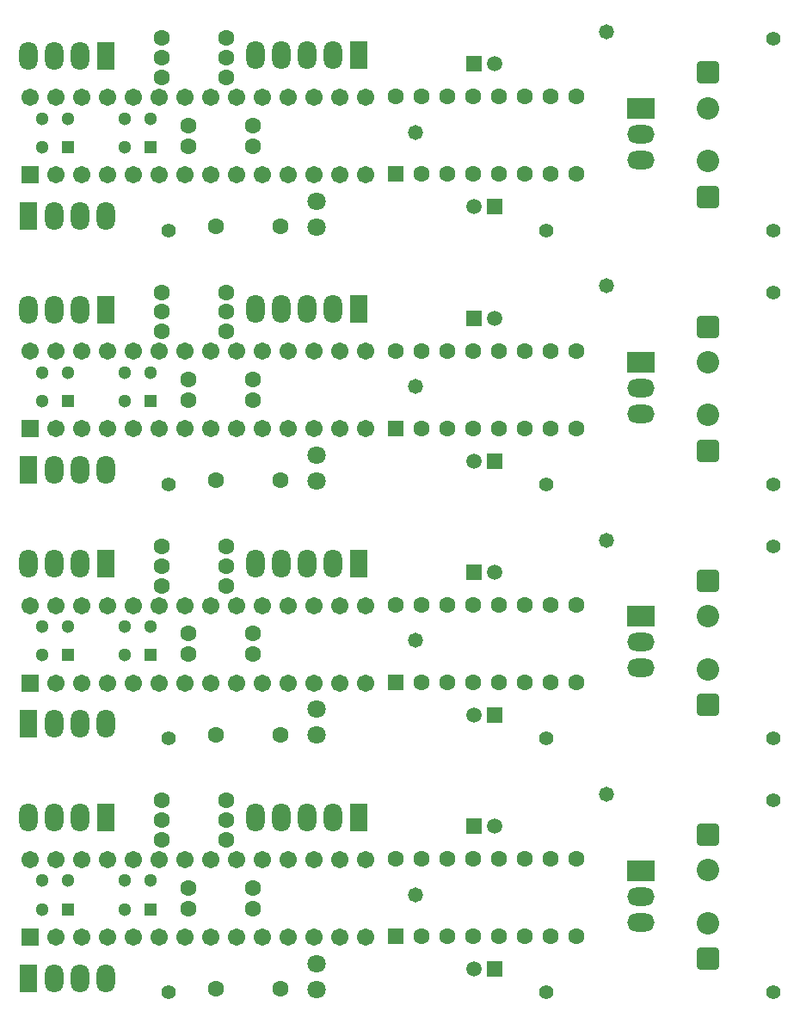
<source format=gbs>
G04*
G04 #@! TF.GenerationSoftware,Altium Limited,Altium Designer,21.4.1 (30)*
G04*
G04 Layer_Color=16711935*
%FSLAX44Y44*%
%MOMM*%
G71*
G04*
G04 #@! TF.SameCoordinates,D2FBEB8F-326A-44D8-8F55-22F389190F62*
G04*
G04*
G04 #@! TF.FilePolarity,Negative*
G04*
G01*
G75*
%ADD27C,1.3000*%
%ADD37R,1.3000X1.3000*%
%ADD54R,1.8032X2.8032*%
%ADD55O,1.8032X2.8032*%
%ADD56R,1.6032X1.6032*%
%ADD57C,1.6032*%
%ADD58R,1.5032X1.5032*%
%ADD59C,1.5032*%
%ADD60C,2.2032*%
G04:AMPARAMS|DCode=61|XSize=2.2032mm|YSize=2.2032mm|CornerRadius=0.3516mm|HoleSize=0mm|Usage=FLASHONLY|Rotation=270.000|XOffset=0mm|YOffset=0mm|HoleType=Round|Shape=RoundedRectangle|*
%AMROUNDEDRECTD61*
21,1,2.2032,1.5000,0,0,270.0*
21,1,1.5000,2.2032,0,0,270.0*
1,1,0.7032,-0.7500,-0.7500*
1,1,0.7032,-0.7500,0.7500*
1,1,0.7032,0.7500,0.7500*
1,1,0.7032,0.7500,-0.7500*
%
%ADD61ROUNDEDRECTD61*%
%ADD62C,1.4032*%
%ADD63C,1.6002*%
%ADD64C,1.8032*%
%ADD65O,2.7032X1.8032*%
%ADD66R,2.7032X2.0032*%
%ADD67R,1.7032X1.7032*%
%ADD68C,1.7032*%
%ADD69C,1.4732*%
D27*
X263510Y140795D02*
D03*
X238110Y112795D02*
D03*
Y140795D02*
D03*
X344536D02*
D03*
X319136Y112795D02*
D03*
Y140795D02*
D03*
X263510Y390795D02*
D03*
X238110Y362795D02*
D03*
Y390795D02*
D03*
X344536D02*
D03*
X319136Y362795D02*
D03*
Y390795D02*
D03*
X263510Y640795D02*
D03*
X238110Y612795D02*
D03*
Y640795D02*
D03*
X344536D02*
D03*
X319136Y612795D02*
D03*
Y640795D02*
D03*
X263510Y890795D02*
D03*
X238110Y862795D02*
D03*
Y890795D02*
D03*
X344536D02*
D03*
X319136Y862795D02*
D03*
Y890795D02*
D03*
D37*
X263510Y112795D02*
D03*
X344536D02*
D03*
X263510Y362795D02*
D03*
X344536D02*
D03*
X263510Y612795D02*
D03*
X344536D02*
D03*
X263510Y862795D02*
D03*
X344536D02*
D03*
D54*
X549318Y202985D02*
D03*
X300334Y202685D02*
D03*
X224034Y45059D02*
D03*
X549318Y452985D02*
D03*
X300334Y452685D02*
D03*
X224034Y295059D02*
D03*
X549318Y702985D02*
D03*
X300334Y702685D02*
D03*
X224034Y545059D02*
D03*
X549318Y952985D02*
D03*
X300334Y952685D02*
D03*
X224034Y795059D02*
D03*
D55*
X523918Y202985D02*
D03*
X498518D02*
D03*
X473118D02*
D03*
X447718D02*
D03*
X274934Y202685D02*
D03*
X249534D02*
D03*
X224134D02*
D03*
X249434Y45059D02*
D03*
X274834D02*
D03*
X300234D02*
D03*
X523918Y452985D02*
D03*
X498518D02*
D03*
X473118D02*
D03*
X447718D02*
D03*
X274934Y452685D02*
D03*
X249534D02*
D03*
X224134D02*
D03*
X249434Y295059D02*
D03*
X274834D02*
D03*
X300234D02*
D03*
X523918Y702985D02*
D03*
X498518D02*
D03*
X473118D02*
D03*
X447718D02*
D03*
X274934Y702685D02*
D03*
X249534D02*
D03*
X224134D02*
D03*
X249434Y545059D02*
D03*
X274834D02*
D03*
X300234D02*
D03*
X523918Y952985D02*
D03*
X498518D02*
D03*
X473118D02*
D03*
X447718D02*
D03*
X274934Y952685D02*
D03*
X249534D02*
D03*
X224134D02*
D03*
X249434Y795059D02*
D03*
X274834D02*
D03*
X300234D02*
D03*
D56*
X585582Y85945D02*
D03*
Y335945D02*
D03*
Y585945D02*
D03*
Y835945D02*
D03*
D57*
X610982Y85945D02*
D03*
X636382D02*
D03*
X661782D02*
D03*
X687182D02*
D03*
X712582D02*
D03*
X737982D02*
D03*
X763382D02*
D03*
X585582Y162145D02*
D03*
X610982D02*
D03*
X636382D02*
D03*
X661782D02*
D03*
X687182D02*
D03*
X712582D02*
D03*
X737982D02*
D03*
X763382D02*
D03*
X610982Y335945D02*
D03*
X636382D02*
D03*
X661782D02*
D03*
X687182D02*
D03*
X712582D02*
D03*
X737982D02*
D03*
X763382D02*
D03*
X585582Y412145D02*
D03*
X610982D02*
D03*
X636382D02*
D03*
X661782D02*
D03*
X687182D02*
D03*
X712582D02*
D03*
X737982D02*
D03*
X763382D02*
D03*
X610982Y585945D02*
D03*
X636382D02*
D03*
X661782D02*
D03*
X687182D02*
D03*
X712582D02*
D03*
X737982D02*
D03*
X763382D02*
D03*
X585582Y662145D02*
D03*
X610982D02*
D03*
X636382D02*
D03*
X661782D02*
D03*
X687182D02*
D03*
X712582D02*
D03*
X737982D02*
D03*
X763382D02*
D03*
X610982Y835945D02*
D03*
X636382D02*
D03*
X661782D02*
D03*
X687182D02*
D03*
X712582D02*
D03*
X737982D02*
D03*
X763382D02*
D03*
X585582Y912145D02*
D03*
X610982D02*
D03*
X636382D02*
D03*
X661782D02*
D03*
X687182D02*
D03*
X712582D02*
D03*
X737982D02*
D03*
X763382D02*
D03*
D58*
X663032Y194336D02*
D03*
X683032Y53949D02*
D03*
X663032Y444336D02*
D03*
X683032Y303949D02*
D03*
X663032Y694336D02*
D03*
X683032Y553949D02*
D03*
X663032Y944336D02*
D03*
X683032Y803949D02*
D03*
D59*
X683032Y194336D02*
D03*
X663032Y53949D02*
D03*
X683032Y444336D02*
D03*
X663032Y303949D02*
D03*
X683032Y694336D02*
D03*
X663032Y553949D02*
D03*
X683032Y944336D02*
D03*
X663032Y803949D02*
D03*
D60*
X892668Y151029D02*
D03*
X893150Y98881D02*
D03*
X892668Y401029D02*
D03*
X893150Y348881D02*
D03*
X892668Y651029D02*
D03*
X893150Y598881D02*
D03*
X892668Y901029D02*
D03*
X893150Y848881D02*
D03*
D61*
X892668Y186029D02*
D03*
X893150Y63881D02*
D03*
X892668Y436029D02*
D03*
X893150Y313881D02*
D03*
X892668Y686029D02*
D03*
X893150Y563881D02*
D03*
X892668Y936029D02*
D03*
X893150Y813881D02*
D03*
D62*
X957692Y219557D02*
D03*
X733664Y30835D02*
D03*
X362570D02*
D03*
X957692D02*
D03*
Y469557D02*
D03*
X733664Y280835D02*
D03*
X362570D02*
D03*
X957692D02*
D03*
Y719557D02*
D03*
X733664Y530835D02*
D03*
X362570D02*
D03*
X957692D02*
D03*
Y969557D02*
D03*
X733664Y780835D02*
D03*
X362570D02*
D03*
X957692D02*
D03*
D63*
X355204Y200480D02*
D03*
X418704D02*
D03*
Y181149D02*
D03*
X355204D02*
D03*
Y219811D02*
D03*
X418704D02*
D03*
X472496Y34645D02*
D03*
X408996D02*
D03*
X381874Y113639D02*
D03*
X445374D02*
D03*
X381874Y133959D02*
D03*
X445374D02*
D03*
X355204Y450480D02*
D03*
X418704D02*
D03*
Y431149D02*
D03*
X355204D02*
D03*
Y469811D02*
D03*
X418704D02*
D03*
X472496Y284645D02*
D03*
X408996D02*
D03*
X381874Y363639D02*
D03*
X445374D02*
D03*
X381874Y383959D02*
D03*
X445374D02*
D03*
X355204Y700480D02*
D03*
X418704D02*
D03*
Y681149D02*
D03*
X355204D02*
D03*
Y719811D02*
D03*
X418704D02*
D03*
X472496Y534645D02*
D03*
X408996D02*
D03*
X381874Y613639D02*
D03*
X445374D02*
D03*
X381874Y633959D02*
D03*
X445374D02*
D03*
X355204Y950480D02*
D03*
X418704D02*
D03*
Y931149D02*
D03*
X355204D02*
D03*
Y969811D02*
D03*
X418704D02*
D03*
X472496Y784645D02*
D03*
X408996D02*
D03*
X381874Y863639D02*
D03*
X445374D02*
D03*
X381874Y883959D02*
D03*
X445374D02*
D03*
D64*
X507858Y33883D02*
D03*
Y59283D02*
D03*
Y283883D02*
D03*
Y309283D02*
D03*
Y533883D02*
D03*
Y559283D02*
D03*
Y783883D02*
D03*
Y809283D02*
D03*
D65*
X826882Y99923D02*
D03*
Y125323D02*
D03*
Y349923D02*
D03*
Y375323D02*
D03*
Y599923D02*
D03*
Y625323D02*
D03*
Y849923D02*
D03*
Y875323D02*
D03*
D66*
Y150723D02*
D03*
Y400723D02*
D03*
Y650723D02*
D03*
Y900723D02*
D03*
D67*
X225918Y85445D02*
D03*
Y335445D02*
D03*
Y585445D02*
D03*
Y835445D02*
D03*
D68*
X251318Y85445D02*
D03*
X276718D02*
D03*
X302118D02*
D03*
X327518D02*
D03*
X352918D02*
D03*
X378318D02*
D03*
X403718D02*
D03*
X429118D02*
D03*
X454518D02*
D03*
X479918D02*
D03*
X505318D02*
D03*
X530718D02*
D03*
X556118D02*
D03*
X225918Y161645D02*
D03*
X251318D02*
D03*
X276718D02*
D03*
X302118D02*
D03*
X327518D02*
D03*
X352918D02*
D03*
X378318D02*
D03*
X403718D02*
D03*
X429118D02*
D03*
X454518D02*
D03*
X479918D02*
D03*
X505318D02*
D03*
X530718D02*
D03*
X556118D02*
D03*
X251318Y335445D02*
D03*
X276718D02*
D03*
X302118D02*
D03*
X327518D02*
D03*
X352918D02*
D03*
X378318D02*
D03*
X403718D02*
D03*
X429118D02*
D03*
X454518D02*
D03*
X479918D02*
D03*
X505318D02*
D03*
X530718D02*
D03*
X556118D02*
D03*
X225918Y411645D02*
D03*
X251318D02*
D03*
X276718D02*
D03*
X302118D02*
D03*
X327518D02*
D03*
X352918D02*
D03*
X378318D02*
D03*
X403718D02*
D03*
X429118D02*
D03*
X454518D02*
D03*
X479918D02*
D03*
X505318D02*
D03*
X530718D02*
D03*
X556118D02*
D03*
X251318Y585445D02*
D03*
X276718D02*
D03*
X302118D02*
D03*
X327518D02*
D03*
X352918D02*
D03*
X378318D02*
D03*
X403718D02*
D03*
X429118D02*
D03*
X454518D02*
D03*
X479918D02*
D03*
X505318D02*
D03*
X530718D02*
D03*
X556118D02*
D03*
X225918Y661645D02*
D03*
X251318D02*
D03*
X276718D02*
D03*
X302118D02*
D03*
X327518D02*
D03*
X352918D02*
D03*
X378318D02*
D03*
X403718D02*
D03*
X429118D02*
D03*
X454518D02*
D03*
X479918D02*
D03*
X505318D02*
D03*
X530718D02*
D03*
X556118D02*
D03*
X251318Y835445D02*
D03*
X276718D02*
D03*
X302118D02*
D03*
X327518D02*
D03*
X352918D02*
D03*
X378318D02*
D03*
X403718D02*
D03*
X429118D02*
D03*
X454518D02*
D03*
X479918D02*
D03*
X505318D02*
D03*
X530718D02*
D03*
X556118D02*
D03*
X225918Y911645D02*
D03*
X251318D02*
D03*
X276718D02*
D03*
X302118D02*
D03*
X327518D02*
D03*
X352918D02*
D03*
X378318D02*
D03*
X403718D02*
D03*
X429118D02*
D03*
X454518D02*
D03*
X479918D02*
D03*
X505318D02*
D03*
X530718D02*
D03*
X556118D02*
D03*
D69*
X793537Y225978D02*
D03*
X605394Y127101D02*
D03*
X793537Y475978D02*
D03*
X605394Y377101D02*
D03*
X793537Y725978D02*
D03*
X605394Y627101D02*
D03*
X793537Y975978D02*
D03*
X605394Y877101D02*
D03*
M02*

</source>
